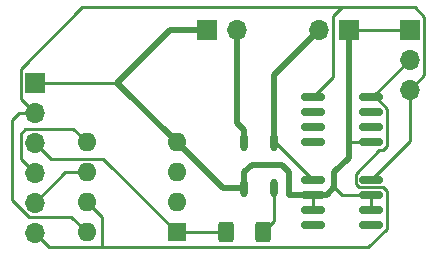
<source format=gbr>
%TF.GenerationSoftware,KiCad,Pcbnew,(6.0.0)*%
%TF.CreationDate,2022-04-01T13:35:42-04:00*%
%TF.ProjectId,heatedGrip,68656174-6564-4477-9269-702e6b696361,rev?*%
%TF.SameCoordinates,Original*%
%TF.FileFunction,Copper,L2,Bot*%
%TF.FilePolarity,Positive*%
%FSLAX46Y46*%
G04 Gerber Fmt 4.6, Leading zero omitted, Abs format (unit mm)*
G04 Created by KiCad (PCBNEW (6.0.0)) date 2022-04-01 13:35:42*
%MOMM*%
%LPD*%
G01*
G04 APERTURE LIST*
G04 Aperture macros list*
%AMRoundRect*
0 Rectangle with rounded corners*
0 $1 Rounding radius*
0 $2 $3 $4 $5 $6 $7 $8 $9 X,Y pos of 4 corners*
0 Add a 4 corners polygon primitive as box body*
4,1,4,$2,$3,$4,$5,$6,$7,$8,$9,$2,$3,0*
0 Add four circle primitives for the rounded corners*
1,1,$1+$1,$2,$3*
1,1,$1+$1,$4,$5*
1,1,$1+$1,$6,$7*
1,1,$1+$1,$8,$9*
0 Add four rect primitives between the rounded corners*
20,1,$1+$1,$2,$3,$4,$5,0*
20,1,$1+$1,$4,$5,$6,$7,0*
20,1,$1+$1,$6,$7,$8,$9,0*
20,1,$1+$1,$8,$9,$2,$3,0*%
G04 Aperture macros list end*
%TA.AperFunction,ComponentPad*%
%ADD10R,1.600000X1.600000*%
%TD*%
%TA.AperFunction,ComponentPad*%
%ADD11O,1.600000X1.600000*%
%TD*%
%TA.AperFunction,ComponentPad*%
%ADD12R,1.700000X1.700000*%
%TD*%
%TA.AperFunction,ComponentPad*%
%ADD13O,1.700000X1.700000*%
%TD*%
%TA.AperFunction,SMDPad,CuDef*%
%ADD14RoundRect,0.250000X-0.400000X-0.625000X0.400000X-0.625000X0.400000X0.625000X-0.400000X0.625000X0*%
%TD*%
%TA.AperFunction,SMDPad,CuDef*%
%ADD15RoundRect,0.150000X0.825000X0.150000X-0.825000X0.150000X-0.825000X-0.150000X0.825000X-0.150000X0*%
%TD*%
%TA.AperFunction,SMDPad,CuDef*%
%ADD16O,0.600000X1.540000*%
%TD*%
%TA.AperFunction,Conductor*%
%ADD17C,0.250000*%
%TD*%
%TA.AperFunction,Conductor*%
%ADD18C,0.500000*%
%TD*%
G04 APERTURE END LIST*
D10*
%TO.P,U2,1,~{RESET}/PB5*%
%TO.N,Net-(J1-Pad3)*%
X153660000Y-101590000D03*
D11*
%TO.P,U2,2,XTAL1/PB3*%
%TO.N,unconnected-(U2-Pad2)*%
X153660000Y-99050000D03*
%TO.P,U2,3,XTAL2/PB4*%
%TO.N,unconnected-(U2-Pad3)*%
X153660000Y-96510000D03*
%TO.P,U2,4,GND*%
%TO.N,GND*%
X153660000Y-93970000D03*
%TO.P,U2,5,AREF/PB0*%
%TO.N,Net-(J1-Pad4)*%
X146040000Y-93970000D03*
%TO.P,U2,6,PB1*%
%TO.N,Net-(J1-Pad5)*%
X146040000Y-96510000D03*
%TO.P,U2,7,PB2*%
%TO.N,Sens*%
X146040000Y-99050000D03*
%TO.P,U2,8,VCC*%
%TO.N,+5V*%
X146040000Y-101590000D03*
%TD*%
D12*
%TO.P,J4,1,Pin_1*%
%TO.N,GND*%
X156230000Y-84430000D03*
D13*
%TO.P,J4,2,Pin_2*%
%TO.N,Net-(U4-Pad3)*%
X158770000Y-84430000D03*
%TD*%
D12*
%TO.P,J3,1,Pin_1*%
%TO.N,GND*%
X173380000Y-84470000D03*
D13*
%TO.P,J3,2,Pin_2*%
%TO.N,Sens*%
X173380000Y-87010000D03*
%TO.P,J3,3,Pin_3*%
%TO.N,+5V*%
X173380000Y-89550000D03*
%TD*%
D12*
%TO.P,J1,1,Pin_1*%
%TO.N,GND*%
X141630000Y-88925000D03*
D13*
%TO.P,J1,2,Pin_2*%
%TO.N,+5V*%
X141630000Y-91465000D03*
%TO.P,J1,3,Pin_3*%
%TO.N,Net-(J1-Pad3)*%
X141630000Y-94005000D03*
%TO.P,J1,4,Pin_4*%
%TO.N,Net-(J1-Pad4)*%
X141630000Y-96545000D03*
%TO.P,J1,5,Pin_5*%
%TO.N,Net-(J1-Pad5)*%
X141630000Y-99085000D03*
%TO.P,J1,6,Pin_6*%
%TO.N,Sens*%
X141630000Y-101625000D03*
%TD*%
D12*
%TO.P,J2,1,Pin_1*%
%TO.N,GND*%
X168255000Y-84480000D03*
D13*
%TO.P,J2,2,Pin_2*%
%TO.N,+7.5V*%
X165715000Y-84480000D03*
%TD*%
D14*
%TO.P,R1,1*%
%TO.N,Net-(J1-Pad3)*%
X157835000Y-101600000D03*
%TO.P,R1,2*%
%TO.N,Net-(R1-Pad2)*%
X160935000Y-101600000D03*
%TD*%
D15*
%TO.P,U1,1,OUT*%
%TO.N,+5V*%
X170115000Y-97155000D03*
%TO.P,U1,2,GND*%
%TO.N,GND*%
X170115000Y-98425000D03*
%TO.P,U1,3,GND*%
X170115000Y-99695000D03*
%TO.P,U1,4,NC*%
%TO.N,unconnected-(U1-Pad4)*%
X170115000Y-100965000D03*
%TO.P,U1,5,NC*%
%TO.N,unconnected-(U1-Pad5)*%
X165165000Y-100965000D03*
%TO.P,U1,6,GND*%
%TO.N,GND*%
X165165000Y-99695000D03*
%TO.P,U1,7,GND*%
X165165000Y-98425000D03*
%TO.P,U1,8,IN*%
%TO.N,+7.5V*%
X165165000Y-97155000D03*
%TD*%
D16*
%TO.P,U4,1,+_Control*%
%TO.N,Net-(R1-Pad2)*%
X161925000Y-97810000D03*
%TO.P,U4,2,-_Control*%
%TO.N,GND*%
X159385000Y-97810000D03*
%TO.P,U4,3,Load*%
%TO.N,Net-(U4-Pad3)*%
X159385000Y-93960000D03*
%TO.P,U4,4,Load*%
%TO.N,+7.5V*%
X161925000Y-93960000D03*
%TD*%
D15*
%TO.P,U3,1,Vout*%
%TO.N,Sens*%
X170115000Y-90170000D03*
%TO.P,U3,2*%
%TO.N,N/C*%
X170115000Y-91440000D03*
%TO.P,U3,3*%
X170115000Y-92710000D03*
%TO.P,U3,4,GND*%
%TO.N,GND*%
X170115000Y-93980000D03*
%TO.P,U3,5,~{SHUTDOWN}*%
%TO.N,unconnected-(U3-Pad5)*%
X165165000Y-93980000D03*
%TO.P,U3,6*%
%TO.N,N/C*%
X165165000Y-92710000D03*
%TO.P,U3,7*%
X165165000Y-91440000D03*
%TO.P,U3,8,+Vs*%
%TO.N,+5V*%
X165165000Y-90170000D03*
%TD*%
D17*
%TO.N,Net-(R1-Pad2)*%
X161925000Y-97810000D02*
X161925000Y-100610000D01*
X161925000Y-100610000D02*
X160935000Y-101600000D01*
%TO.N,+5V*%
X173380000Y-89550000D02*
X173380000Y-93890000D01*
X140455489Y-90290489D02*
X140455489Y-87750489D01*
X166889511Y-83300489D02*
X167640000Y-82550000D01*
X174625000Y-88305000D02*
X173380000Y-89550000D01*
X174625000Y-83365978D02*
X174625000Y-88305000D01*
X139700000Y-98816010D02*
X139700000Y-92075000D01*
X146040000Y-101590000D02*
X144709511Y-100259511D01*
X173380000Y-93890000D02*
X170115000Y-97155000D01*
X173809022Y-82550000D02*
X174625000Y-83365978D01*
X139700000Y-92075000D02*
X140310000Y-91465000D01*
X141630000Y-91465000D02*
X140455489Y-90290489D01*
X165165000Y-90170000D02*
X166889511Y-88445489D01*
X140455489Y-87750489D02*
X145655978Y-82550000D01*
X141143501Y-100259511D02*
X139700000Y-98816010D01*
X144709511Y-100259511D02*
X141143501Y-100259511D01*
X166889511Y-88445489D02*
X166889511Y-83300489D01*
X145655978Y-82550000D02*
X173809022Y-82550000D01*
X140310000Y-91465000D02*
X141630000Y-91465000D01*
D18*
%TO.N,GND*%
X166370000Y-98425000D02*
X165165000Y-98425000D01*
D17*
X168265000Y-84470000D02*
X168255000Y-84480000D01*
X170115000Y-93980000D02*
X168275000Y-93980000D01*
D18*
X167005000Y-97790000D02*
X166370000Y-98425000D01*
X167005000Y-96520000D02*
X167005000Y-97790000D01*
D17*
X170115000Y-98425000D02*
X170115000Y-99695000D01*
X141630000Y-88925000D02*
X148615000Y-88925000D01*
D18*
X163195000Y-98425000D02*
X165165000Y-98425000D01*
X157580000Y-97810000D02*
X159385000Y-97810000D01*
X160020000Y-95885000D02*
X159385000Y-96520000D01*
D17*
X167005000Y-97790000D02*
X167640000Y-98425000D01*
D18*
X168255000Y-94000000D02*
X168255000Y-95270000D01*
X162560000Y-95885000D02*
X160020000Y-95885000D01*
X148615000Y-88925000D02*
X153660000Y-93970000D01*
X163195000Y-96520000D02*
X163195000Y-98425000D01*
X159385000Y-96520000D02*
X159385000Y-97810000D01*
X157540000Y-97850000D02*
X153660000Y-93970000D01*
X153110000Y-84430000D02*
X148615000Y-88925000D01*
X156230000Y-84430000D02*
X153110000Y-84430000D01*
D17*
X173380000Y-84470000D02*
X168265000Y-84470000D01*
D18*
X168255000Y-84480000D02*
X168255000Y-94000000D01*
D17*
X168275000Y-93980000D02*
X168255000Y-94000000D01*
X157540000Y-97850000D02*
X157580000Y-97810000D01*
X167640000Y-98425000D02*
X170115000Y-98425000D01*
D18*
X162560000Y-95885000D02*
X163195000Y-96520000D01*
D17*
X165165000Y-98425000D02*
X165165000Y-99695000D01*
D18*
X168255000Y-95270000D02*
X167005000Y-96520000D01*
%TO.N,+7.5V*%
X161925000Y-88270000D02*
X161925000Y-93960000D01*
D17*
X161925000Y-93960000D02*
X161970000Y-93960000D01*
D18*
X163000000Y-87195000D02*
X161925000Y-88270000D01*
D17*
X161970000Y-93960000D02*
X165165000Y-97155000D01*
D18*
X165715000Y-84480000D02*
X163000000Y-87195000D01*
D17*
%TO.N,Sens*%
X170115000Y-90170000D02*
X170220000Y-90170000D01*
X147320000Y-100330000D02*
X147320000Y-102870000D01*
X169856072Y-102870000D02*
X147320000Y-102870000D01*
X168815480Y-97501552D02*
X169103928Y-97790000D01*
X147320000Y-102870000D02*
X142875000Y-102870000D01*
X142875000Y-102870000D02*
X141630000Y-101625000D01*
X171450000Y-101276072D02*
X169856072Y-102870000D01*
X168815480Y-96614520D02*
X168815480Y-97501552D01*
X170115000Y-90170000D02*
X170491072Y-90170000D01*
X170220000Y-90170000D02*
X173380000Y-87010000D01*
X171450000Y-98113928D02*
X171450000Y-101276072D01*
X146040000Y-99050000D02*
X147320000Y-100330000D01*
X171450000Y-94291072D02*
X171136552Y-94604520D01*
X171136552Y-94604520D02*
X170825480Y-94604520D01*
X170825480Y-94604520D02*
X168815480Y-96614520D01*
X170491072Y-90170000D02*
X171450000Y-91128928D01*
X171450000Y-91128928D02*
X171450000Y-94291072D01*
X171126072Y-97790000D02*
X171450000Y-98113928D01*
X169103928Y-97790000D02*
X171126072Y-97790000D01*
%TO.N,Net-(J1-Pad3)*%
X143010489Y-95385489D02*
X141630000Y-94005000D01*
X147455489Y-95385489D02*
X143010489Y-95385489D01*
X157825000Y-101590000D02*
X153660000Y-101590000D01*
X153660000Y-101590000D02*
X147455489Y-95385489D01*
X157835000Y-101600000D02*
X157825000Y-101590000D01*
%TO.N,Net-(J1-Pad4)*%
X140455489Y-95370489D02*
X141630000Y-96545000D01*
X146040000Y-93970000D02*
X144900489Y-92830489D01*
X140455489Y-93224511D02*
X140455489Y-95370489D01*
X144900489Y-92830489D02*
X140849511Y-92830489D01*
X140849511Y-92830489D02*
X140455489Y-93224511D01*
%TO.N,Net-(J1-Pad5)*%
X144205000Y-96510000D02*
X141630000Y-99085000D01*
X146040000Y-96510000D02*
X144205000Y-96510000D01*
D18*
%TO.N,Net-(U4-Pad3)*%
X159385000Y-92925000D02*
X159385000Y-93960000D01*
X158770000Y-92310000D02*
X159385000Y-92925000D01*
X158770000Y-84430000D02*
X158770000Y-92310000D01*
%TD*%
M02*

</source>
